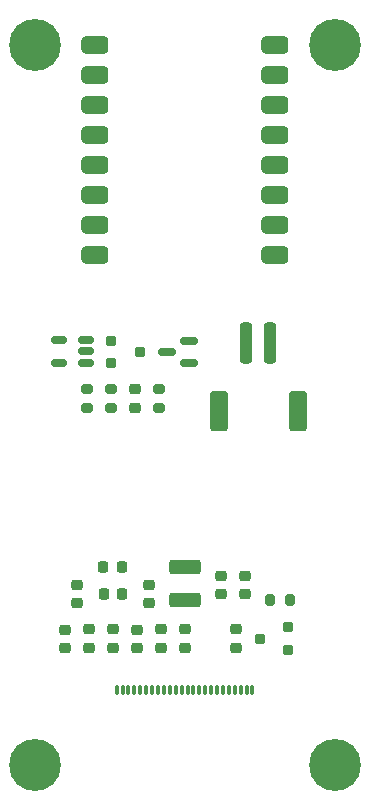
<source format=gbr>
%TF.GenerationSoftware,KiCad,Pcbnew,7.0.7*%
%TF.CreationDate,2023-08-24T23:35:40+10:00*%
%TF.ProjectId,esp32,65737033-322e-46b6-9963-61645f706362,rev?*%
%TF.SameCoordinates,Original*%
%TF.FileFunction,Soldermask,Top*%
%TF.FilePolarity,Negative*%
%FSLAX46Y46*%
G04 Gerber Fmt 4.6, Leading zero omitted, Abs format (unit mm)*
G04 Created by KiCad (PCBNEW 7.0.7) date 2023-08-24 23:35:40*
%MOMM*%
%LPD*%
G01*
G04 APERTURE LIST*
G04 Aperture macros list*
%AMRoundRect*
0 Rectangle with rounded corners*
0 $1 Rounding radius*
0 $2 $3 $4 $5 $6 $7 $8 $9 X,Y pos of 4 corners*
0 Add a 4 corners polygon primitive as box body*
4,1,4,$2,$3,$4,$5,$6,$7,$8,$9,$2,$3,0*
0 Add four circle primitives for the rounded corners*
1,1,$1+$1,$2,$3*
1,1,$1+$1,$4,$5*
1,1,$1+$1,$6,$7*
1,1,$1+$1,$8,$9*
0 Add four rect primitives between the rounded corners*
20,1,$1+$1,$2,$3,$4,$5,0*
20,1,$1+$1,$4,$5,$6,$7,0*
20,1,$1+$1,$6,$7,$8,$9,0*
20,1,$1+$1,$8,$9,$2,$3,0*%
G04 Aperture macros list end*
%ADD10RoundRect,0.225000X0.225000X0.250000X-0.225000X0.250000X-0.225000X-0.250000X0.225000X-0.250000X0*%
%ADD11RoundRect,0.250000X-1.075000X0.375000X-1.075000X-0.375000X1.075000X-0.375000X1.075000X0.375000X0*%
%ADD12RoundRect,0.200000X-0.250000X-0.200000X0.250000X-0.200000X0.250000X0.200000X-0.250000X0.200000X0*%
%ADD13RoundRect,0.225000X-0.250000X0.225000X-0.250000X-0.225000X0.250000X-0.225000X0.250000X0.225000X0*%
%ADD14RoundRect,0.225000X0.250000X-0.225000X0.250000X0.225000X-0.250000X0.225000X-0.250000X-0.225000X0*%
%ADD15C,4.400000*%
%ADD16RoundRect,0.200000X0.250000X0.200000X-0.250000X0.200000X-0.250000X-0.200000X0.250000X-0.200000X0*%
%ADD17RoundRect,0.150000X0.587500X0.150000X-0.587500X0.150000X-0.587500X-0.150000X0.587500X-0.150000X0*%
%ADD18RoundRect,0.218750X0.256250X-0.218750X0.256250X0.218750X-0.256250X0.218750X-0.256250X-0.218750X0*%
%ADD19RoundRect,0.218750X-0.256250X0.218750X-0.256250X-0.218750X0.256250X-0.218750X0.256250X0.218750X0*%
%ADD20RoundRect,0.381000X-0.762000X-0.381000X0.762000X-0.381000X0.762000X0.381000X-0.762000X0.381000X0*%
%ADD21RoundRect,0.075000X-0.075000X0.325000X-0.075000X-0.325000X0.075000X-0.325000X0.075000X0.325000X0*%
%ADD22RoundRect,0.200000X0.275000X-0.200000X0.275000X0.200000X-0.275000X0.200000X-0.275000X-0.200000X0*%
%ADD23RoundRect,0.250000X-0.250000X-1.500000X0.250000X-1.500000X0.250000X1.500000X-0.250000X1.500000X0*%
%ADD24RoundRect,0.250001X-0.499999X-1.449999X0.499999X-1.449999X0.499999X1.449999X-0.499999X1.449999X0*%
%ADD25RoundRect,0.150000X0.512500X0.150000X-0.512500X0.150000X-0.512500X-0.150000X0.512500X-0.150000X0*%
%ADD26RoundRect,0.218750X0.218750X0.256250X-0.218750X0.256250X-0.218750X-0.256250X0.218750X-0.256250X0*%
%ADD27RoundRect,0.200000X0.200000X0.275000X-0.200000X0.275000X-0.200000X-0.275000X0.200000X-0.275000X0*%
G04 APERTURE END LIST*
D10*
%TO.C,C3*%
X45479000Y-84576000D03*
X43929000Y-84576000D03*
%TD*%
D11*
%TO.C,L1*%
X50800000Y-82290000D03*
X50800000Y-85090000D03*
%TD*%
D12*
%TO.C,Q1*%
X44590000Y-63185000D03*
X44590000Y-65085000D03*
X46990000Y-64135000D03*
%TD*%
D13*
%TO.C,C4*%
X50800000Y-87611000D03*
X50800000Y-89161000D03*
%TD*%
D14*
%TO.C,C8*%
X42672000Y-89161000D03*
X42672000Y-87611000D03*
%TD*%
D15*
%TO.C,REF\u002A\u002A*%
X63500000Y-99060000D03*
%TD*%
D16*
%TO.C,Q2*%
X59557000Y-89336000D03*
X59557000Y-87436000D03*
X57157000Y-88386000D03*
%TD*%
D17*
%TO.C,U3*%
X51161038Y-65088500D03*
X51161038Y-63188500D03*
X49286038Y-64138500D03*
%TD*%
D18*
%TO.C,D3*%
X47752000Y-85389000D03*
X47752000Y-83814000D03*
%TD*%
D14*
%TO.C,C6*%
X46736000Y-89174000D03*
X46736000Y-87624000D03*
%TD*%
D19*
%TO.C,D1*%
X41656000Y-83814000D03*
X41656000Y-85389000D03*
%TD*%
D15*
%TO.C,REF\u002A\u002A*%
X63500000Y-38100000D03*
%TD*%
D13*
%TO.C,C9*%
X40640000Y-87624000D03*
X40640000Y-89174000D03*
%TD*%
D20*
%TO.C,U1*%
X43180000Y-38100000D03*
X43180000Y-40640000D03*
X43180000Y-43180000D03*
X43180000Y-45720000D03*
X43180000Y-48260000D03*
X43180000Y-50800000D03*
X43180000Y-53340000D03*
X43180000Y-55880000D03*
X58420000Y-38100000D03*
X58420000Y-40640000D03*
X58420000Y-43180000D03*
X58420000Y-45720000D03*
X58420000Y-48260000D03*
X58420000Y-50800000D03*
X58420000Y-53340000D03*
X58420000Y-55880000D03*
%TD*%
D18*
%TO.C,D4*%
X46622000Y-68824000D03*
X46622000Y-67249000D03*
%TD*%
D21*
%TO.C,J1*%
X56530000Y-92710000D03*
X56030000Y-92710000D03*
X55530000Y-92710000D03*
X55030000Y-92710000D03*
X54530000Y-92710000D03*
X54030000Y-92710000D03*
X53530000Y-92710000D03*
X53030000Y-92710000D03*
X52530000Y-92710000D03*
X52030000Y-92710000D03*
X51530000Y-92710000D03*
X51030000Y-92710000D03*
X50530000Y-92710000D03*
X50030000Y-92710000D03*
X49530000Y-92710000D03*
X49030000Y-92710000D03*
X48530000Y-92710000D03*
X48030000Y-92710000D03*
X47530000Y-92710000D03*
X47030000Y-92710000D03*
X46530000Y-92710000D03*
X46030000Y-92710000D03*
X45530000Y-92710000D03*
X45030000Y-92710000D03*
%TD*%
D22*
%TO.C,R2*%
X48654000Y-68899000D03*
X48654000Y-67249000D03*
%TD*%
D23*
%TO.C,BT1*%
X56020000Y-63328000D03*
X58020000Y-63328000D03*
D24*
X53670000Y-69078000D03*
X60370000Y-69078000D03*
%TD*%
D25*
%TO.C,U2*%
X42415000Y-65018500D03*
X42415000Y-64068500D03*
X42415000Y-63118500D03*
X40140000Y-63118500D03*
X40140000Y-65018500D03*
%TD*%
D15*
%TO.C,REF\u002A\u002A*%
X38100000Y-38100000D03*
%TD*%
D22*
%TO.C,R4*%
X44590000Y-68899000D03*
X44590000Y-67249000D03*
%TD*%
D13*
%TO.C,C10*%
X55118000Y-87611000D03*
X55118000Y-89161000D03*
%TD*%
%TO.C,C5*%
X48768000Y-87611000D03*
X48768000Y-89161000D03*
%TD*%
D15*
%TO.C,REF\u002A\u002A*%
X38100000Y-99060000D03*
%TD*%
D26*
%TO.C,D2*%
X45491500Y-82290000D03*
X43916500Y-82290000D03*
%TD*%
D13*
%TO.C,C2*%
X55880000Y-83052000D03*
X55880000Y-84602000D03*
%TD*%
D27*
%TO.C,R1*%
X59690000Y-85084000D03*
X58040000Y-85084000D03*
%TD*%
D22*
%TO.C,R3*%
X42558000Y-68899000D03*
X42558000Y-67249000D03*
%TD*%
D13*
%TO.C,C7*%
X44704000Y-87611000D03*
X44704000Y-89161000D03*
%TD*%
%TO.C,C1*%
X53848000Y-83052000D03*
X53848000Y-84602000D03*
%TD*%
M02*

</source>
